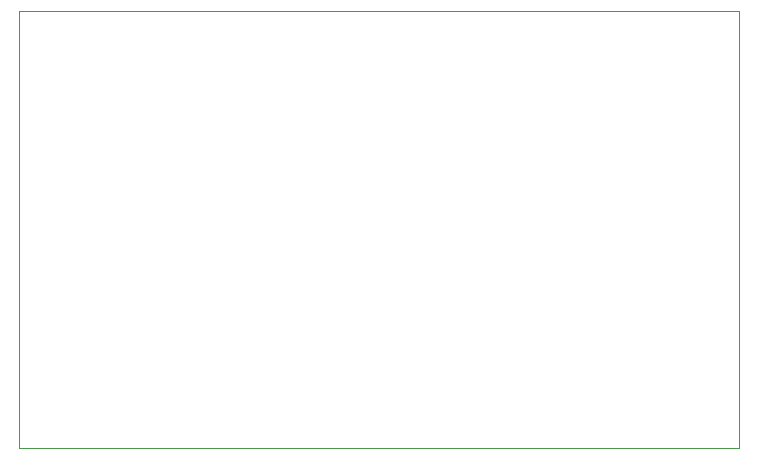
<source format=gbr>
%TF.GenerationSoftware,KiCad,Pcbnew,(6.0.6-0)*%
%TF.CreationDate,2023-05-14T21:26:17-05:00*%
%TF.ProjectId,MHC_MAIN_REV_2,4d48435f-4d41-4494-9e5f-5245565f322e,rev?*%
%TF.SameCoordinates,Original*%
%TF.FileFunction,Profile,NP*%
%FSLAX46Y46*%
G04 Gerber Fmt 4.6, Leading zero omitted, Abs format (unit mm)*
G04 Created by KiCad (PCBNEW (6.0.6-0)) date 2023-05-14 21:26:17*
%MOMM*%
%LPD*%
G01*
G04 APERTURE LIST*
%TA.AperFunction,Profile*%
%ADD10C,0.100000*%
%TD*%
G04 APERTURE END LIST*
D10*
X78980000Y-58270000D02*
X78980000Y-21270000D01*
X17980000Y-21270000D02*
X78980000Y-21270000D01*
X17980000Y-58270000D02*
X17980000Y-21270000D01*
X17980000Y-58270000D02*
X78980000Y-58270000D01*
M02*

</source>
